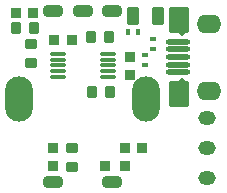
<source format=gbr>
%TF.GenerationSoftware,Altium Limited,Altium Designer,20.1.8 (145)*%
G04 Layer_Color=417716*
%FSLAX45Y45*%
%MOMM*%
%TF.SameCoordinates,B8344769-4606-4218-AAAC-353AEC7BCCEF*%
%TF.FilePolarity,Negative*%
%TF.FileFunction,Soldermask,Bot*%
%TF.Part,Single*%
G01*
G75*
%TA.AperFunction,SMDPad,CuDef*%
G04:AMPARAMS|DCode=32|XSize=0.95mm|YSize=1.5mm|CornerRadius=0.05425mm|HoleSize=0mm|Usage=FLASHONLY|Rotation=180.000|XOffset=0mm|YOffset=0mm|HoleType=Round|Shape=RoundedRectangle|*
%AMROUNDEDRECTD32*
21,1,0.95000,1.39150,0,0,180.0*
21,1,0.84150,1.50000,0,0,180.0*
1,1,0.10850,-0.42075,0.69575*
1,1,0.10850,0.42075,0.69575*
1,1,0.10850,0.42075,-0.69575*
1,1,0.10850,-0.42075,-0.69575*
%
%ADD32ROUNDEDRECTD32*%
G04:AMPARAMS|DCode=33|XSize=0.5mm|YSize=0.4mm|CornerRadius=0.0515mm|HoleSize=0mm|Usage=FLASHONLY|Rotation=270.000|XOffset=0mm|YOffset=0mm|HoleType=Round|Shape=RoundedRectangle|*
%AMROUNDEDRECTD33*
21,1,0.50000,0.29700,0,0,270.0*
21,1,0.39700,0.40000,0,0,270.0*
1,1,0.10300,-0.14850,-0.19850*
1,1,0.10300,-0.14850,0.19850*
1,1,0.10300,0.14850,0.19850*
1,1,0.10300,0.14850,-0.19850*
%
%ADD33ROUNDEDRECTD33*%
G04:AMPARAMS|DCode=34|XSize=0.5mm|YSize=0.4mm|CornerRadius=0.0515mm|HoleSize=0mm|Usage=FLASHONLY|Rotation=0.000|XOffset=0mm|YOffset=0mm|HoleType=Round|Shape=RoundedRectangle|*
%AMROUNDEDRECTD34*
21,1,0.50000,0.29700,0,0,0.0*
21,1,0.39700,0.40000,0,0,0.0*
1,1,0.10300,0.19850,-0.14850*
1,1,0.10300,-0.19850,-0.14850*
1,1,0.10300,-0.19850,0.14850*
1,1,0.10300,0.19850,0.14850*
%
%ADD34ROUNDEDRECTD34*%
G04:AMPARAMS|DCode=35|XSize=0.95mm|YSize=0.85mm|CornerRadius=0.05375mm|HoleSize=0mm|Usage=FLASHONLY|Rotation=0.000|XOffset=0mm|YOffset=0mm|HoleType=Round|Shape=RoundedRectangle|*
%AMROUNDEDRECTD35*
21,1,0.95000,0.74250,0,0,0.0*
21,1,0.84250,0.85000,0,0,0.0*
1,1,0.10750,0.42125,-0.37125*
1,1,0.10750,-0.42125,-0.37125*
1,1,0.10750,-0.42125,0.37125*
1,1,0.10750,0.42125,0.37125*
%
%ADD35ROUNDEDRECTD35*%
G04:AMPARAMS|DCode=36|XSize=0.9mm|YSize=0.8mm|CornerRadius=0.0535mm|HoleSize=0mm|Usage=FLASHONLY|Rotation=90.000|XOffset=0mm|YOffset=0mm|HoleType=Round|Shape=RoundedRectangle|*
%AMROUNDEDRECTD36*
21,1,0.90000,0.69300,0,0,90.0*
21,1,0.79300,0.80000,0,0,90.0*
1,1,0.10700,0.34650,0.39650*
1,1,0.10700,0.34650,-0.39650*
1,1,0.10700,-0.34650,-0.39650*
1,1,0.10700,-0.34650,0.39650*
%
%ADD36ROUNDEDRECTD36*%
G04:AMPARAMS|DCode=37|XSize=0.9mm|YSize=0.8mm|CornerRadius=0.0535mm|HoleSize=0mm|Usage=FLASHONLY|Rotation=0.000|XOffset=0mm|YOffset=0mm|HoleType=Round|Shape=RoundedRectangle|*
%AMROUNDEDRECTD37*
21,1,0.90000,0.69300,0,0,0.0*
21,1,0.79300,0.80000,0,0,0.0*
1,1,0.10700,0.39650,-0.34650*
1,1,0.10700,-0.39650,-0.34650*
1,1,0.10700,-0.39650,0.34650*
1,1,0.10700,0.39650,0.34650*
%
%ADD37ROUNDEDRECTD37*%
G04:AMPARAMS|DCode=38|XSize=0.95mm|YSize=0.85mm|CornerRadius=0.05375mm|HoleSize=0mm|Usage=FLASHONLY|Rotation=90.000|XOffset=0mm|YOffset=0mm|HoleType=Round|Shape=RoundedRectangle|*
%AMROUNDEDRECTD38*
21,1,0.95000,0.74250,0,0,90.0*
21,1,0.84250,0.85000,0,0,90.0*
1,1,0.10750,0.37125,0.42125*
1,1,0.10750,0.37125,-0.42125*
1,1,0.10750,-0.37125,-0.42125*
1,1,0.10750,-0.37125,0.42125*
%
%ADD38ROUNDEDRECTD38*%
%ADD39O,1.35000X0.40000*%
G04:AMPARAMS|DCode=40|XSize=0.45mm|YSize=2.1mm|CornerRadius=0.225mm|HoleSize=0mm|Usage=FLASHONLY|Rotation=270.000|XOffset=0mm|YOffset=0mm|HoleType=Round|Shape=RoundedRectangle|*
%AMROUNDEDRECTD40*
21,1,0.45000,1.65000,0,0,270.0*
21,1,0.00000,2.10000,0,0,270.0*
1,1,0.45000,-0.82500,0.00000*
1,1,0.45000,-0.82500,0.00000*
1,1,0.45000,0.82500,0.00000*
1,1,0.45000,0.82500,0.00000*
%
%ADD40ROUNDEDRECTD40*%
G04:AMPARAMS|DCode=41|XSize=2.2mm|YSize=1.7mm|CornerRadius=0.058mm|HoleSize=0mm|Usage=FLASHONLY|Rotation=270.000|XOffset=0mm|YOffset=0mm|HoleType=Round|Shape=RoundedRectangle|*
%AMROUNDEDRECTD41*
21,1,2.20000,1.58400,0,0,270.0*
21,1,2.08400,1.70000,0,0,270.0*
1,1,0.11600,-0.79200,-1.04200*
1,1,0.11600,-0.79200,1.04200*
1,1,0.11600,0.79200,1.04200*
1,1,0.11600,0.79200,-1.04200*
%
%ADD41ROUNDEDRECTD41*%
%TA.AperFunction,ComponentPad*%
G04:AMPARAMS|DCode=42|XSize=1.2mm|YSize=1.5mm|CornerRadius=0.6mm|HoleSize=0mm|Usage=FLASHONLY|Rotation=270.000|XOffset=0mm|YOffset=0mm|HoleType=Round|Shape=RoundedRectangle|*
%AMROUNDEDRECTD42*
21,1,1.20000,0.30000,0,0,270.0*
21,1,0.00000,1.50000,0,0,270.0*
1,1,1.20000,-0.15000,0.00000*
1,1,1.20000,-0.15000,0.00000*
1,1,1.20000,0.15000,0.00000*
1,1,1.20000,0.15000,0.00000*
%
%ADD42ROUNDEDRECTD42*%
%ADD43O,1.80000X1.10000*%
%ADD44O,2.35000X3.85000*%
G04:AMPARAMS|DCode=45|XSize=2.35mm|YSize=3.85mm|CornerRadius=1.175mm|HoleSize=0mm|Usage=FLASHONLY|Rotation=180.000|XOffset=0mm|YOffset=0mm|HoleType=Round|Shape=RoundedRectangle|*
%AMROUNDEDRECTD45*
21,1,2.35000,1.50000,0,0,180.0*
21,1,0.00000,3.85000,0,0,180.0*
1,1,2.35000,0.00000,0.75000*
1,1,2.35000,0.00000,0.75000*
1,1,2.35000,0.00000,-0.75000*
1,1,2.35000,0.00000,-0.75000*
%
%ADD45ROUNDEDRECTD45*%
%ADD46C,0.50000*%
%ADD47O,2.10000X1.60000*%
D32*
X1100895Y1478869D02*
D03*
X1310895D02*
D03*
D33*
X1056303Y1342752D02*
D03*
X1146303D02*
D03*
D34*
X1275479Y1289412D02*
D03*
Y1199412D02*
D03*
X1206899Y1153906D02*
D03*
Y1063906D02*
D03*
D35*
X242672Y1239233D02*
D03*
Y1084233D02*
D03*
X584923Y205096D02*
D03*
Y360096D02*
D03*
D36*
X1182500D02*
D03*
X1032500D02*
D03*
X584923Y1279556D02*
D03*
X434922D02*
D03*
X257992Y1507740D02*
D03*
X107992D02*
D03*
X867500Y212872D02*
D03*
X1032500D02*
D03*
D37*
X427041Y211652D02*
D03*
Y361653D02*
D03*
X1076825Y1134107D02*
D03*
Y984106D02*
D03*
D38*
X265532Y1377199D02*
D03*
X110532D02*
D03*
X908291Y840325D02*
D03*
X753291D02*
D03*
X746193Y1300060D02*
D03*
X901193D02*
D03*
D39*
X464541Y961674D02*
D03*
Y1011674D02*
D03*
X464542Y1061674D02*
D03*
Y1111674D02*
D03*
X464541Y1161674D02*
D03*
X889541Y961674D02*
D03*
Y1011674D02*
D03*
X889541Y1061674D02*
D03*
Y1111674D02*
D03*
X889541Y1161674D02*
D03*
D40*
X1486274Y1197022D02*
D03*
Y1262022D02*
D03*
Y1132022D02*
D03*
Y1067022D02*
D03*
Y1002022D02*
D03*
D41*
X1493774Y1442022D02*
D03*
Y822022D02*
D03*
D42*
X1727423Y106096D02*
D03*
Y614096D02*
D03*
Y360096D02*
D03*
D43*
X927041Y1525480D02*
D03*
X427041D02*
D03*
X677041D02*
D03*
X927041Y75479D02*
D03*
X427041D02*
D03*
D44*
X139541Y775480D02*
D03*
D45*
X1214541D02*
D03*
D46*
X1513774Y932022D02*
D03*
Y1332022D02*
D03*
D47*
X1748775Y1415022D02*
D03*
Y849022D02*
D03*
%TF.MD5,7bb7661bfabc8794b077c6638c4308d2*%
M02*

</source>
